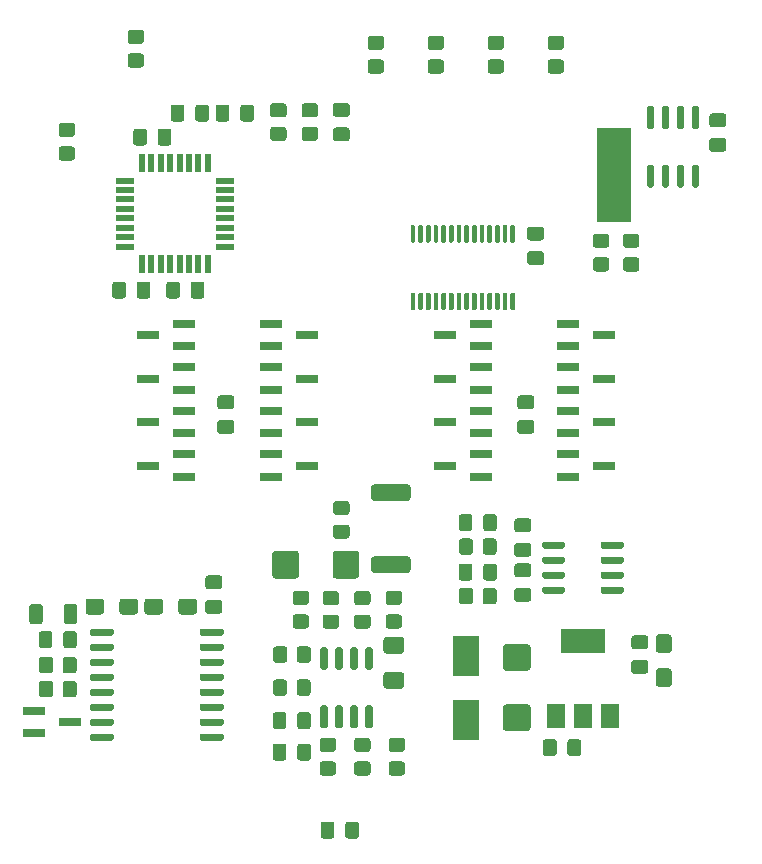
<source format=gbp>
G04 #@! TF.GenerationSoftware,KiCad,Pcbnew,5.1.12-84ad8e8a86~92~ubuntu16.04.1*
G04 #@! TF.CreationDate,2022-06-26T12:08:55+02:00*
G04 #@! TF.ProjectId,LedBar,4c656442-6172-42e6-9b69-6361645f7063,rev?*
G04 #@! TF.SameCoordinates,Original*
G04 #@! TF.FileFunction,Paste,Bot*
G04 #@! TF.FilePolarity,Positive*
%FSLAX46Y46*%
G04 Gerber Fmt 4.6, Leading zero omitted, Abs format (unit mm)*
G04 Created by KiCad (PCBNEW 5.1.12-84ad8e8a86~92~ubuntu16.04.1) date 2022-06-26 12:08:55*
%MOMM*%
%LPD*%
G01*
G04 APERTURE LIST*
%ADD10R,3.000000X8.000000*%
%ADD11R,1.900000X0.800000*%
%ADD12R,1.600000X0.550000*%
%ADD13R,0.550000X1.600000*%
%ADD14R,2.300000X3.500000*%
%ADD15R,1.500000X2.000000*%
%ADD16R,3.800000X2.000000*%
G04 APERTURE END LIST*
G36*
G01*
X167156000Y-118087000D02*
X167156000Y-118387000D01*
G75*
G02*
X167006000Y-118537000I-150000J0D01*
G01*
X165356000Y-118537000D01*
G75*
G02*
X165206000Y-118387000I0J150000D01*
G01*
X165206000Y-118087000D01*
G75*
G02*
X165356000Y-117937000I150000J0D01*
G01*
X167006000Y-117937000D01*
G75*
G02*
X167156000Y-118087000I0J-150000D01*
G01*
G37*
G36*
G01*
X167156000Y-119357000D02*
X167156000Y-119657000D01*
G75*
G02*
X167006000Y-119807000I-150000J0D01*
G01*
X165356000Y-119807000D01*
G75*
G02*
X165206000Y-119657000I0J150000D01*
G01*
X165206000Y-119357000D01*
G75*
G02*
X165356000Y-119207000I150000J0D01*
G01*
X167006000Y-119207000D01*
G75*
G02*
X167156000Y-119357000I0J-150000D01*
G01*
G37*
G36*
G01*
X167156000Y-120627000D02*
X167156000Y-120927000D01*
G75*
G02*
X167006000Y-121077000I-150000J0D01*
G01*
X165356000Y-121077000D01*
G75*
G02*
X165206000Y-120927000I0J150000D01*
G01*
X165206000Y-120627000D01*
G75*
G02*
X165356000Y-120477000I150000J0D01*
G01*
X167006000Y-120477000D01*
G75*
G02*
X167156000Y-120627000I0J-150000D01*
G01*
G37*
G36*
G01*
X167156000Y-121897000D02*
X167156000Y-122197000D01*
G75*
G02*
X167006000Y-122347000I-150000J0D01*
G01*
X165356000Y-122347000D01*
G75*
G02*
X165206000Y-122197000I0J150000D01*
G01*
X165206000Y-121897000D01*
G75*
G02*
X165356000Y-121747000I150000J0D01*
G01*
X167006000Y-121747000D01*
G75*
G02*
X167156000Y-121897000I0J-150000D01*
G01*
G37*
G36*
G01*
X172106000Y-121897000D02*
X172106000Y-122197000D01*
G75*
G02*
X171956000Y-122347000I-150000J0D01*
G01*
X170306000Y-122347000D01*
G75*
G02*
X170156000Y-122197000I0J150000D01*
G01*
X170156000Y-121897000D01*
G75*
G02*
X170306000Y-121747000I150000J0D01*
G01*
X171956000Y-121747000D01*
G75*
G02*
X172106000Y-121897000I0J-150000D01*
G01*
G37*
G36*
G01*
X172106000Y-120627000D02*
X172106000Y-120927000D01*
G75*
G02*
X171956000Y-121077000I-150000J0D01*
G01*
X170306000Y-121077000D01*
G75*
G02*
X170156000Y-120927000I0J150000D01*
G01*
X170156000Y-120627000D01*
G75*
G02*
X170306000Y-120477000I150000J0D01*
G01*
X171956000Y-120477000D01*
G75*
G02*
X172106000Y-120627000I0J-150000D01*
G01*
G37*
G36*
G01*
X172106000Y-119357000D02*
X172106000Y-119657000D01*
G75*
G02*
X171956000Y-119807000I-150000J0D01*
G01*
X170306000Y-119807000D01*
G75*
G02*
X170156000Y-119657000I0J150000D01*
G01*
X170156000Y-119357000D01*
G75*
G02*
X170306000Y-119207000I150000J0D01*
G01*
X171956000Y-119207000D01*
G75*
G02*
X172106000Y-119357000I0J-150000D01*
G01*
G37*
G36*
G01*
X172106000Y-118087000D02*
X172106000Y-118387000D01*
G75*
G02*
X171956000Y-118537000I-150000J0D01*
G01*
X170306000Y-118537000D01*
G75*
G02*
X170156000Y-118387000I0J150000D01*
G01*
X170156000Y-118087000D01*
G75*
G02*
X170306000Y-117937000I150000J0D01*
G01*
X171956000Y-117937000D01*
G75*
G02*
X172106000Y-118087000I0J-150000D01*
G01*
G37*
D10*
X171262000Y-86883000D03*
G36*
G01*
X180561000Y-82862000D02*
X179611000Y-82862000D01*
G75*
G02*
X179361000Y-82612000I0J250000D01*
G01*
X179361000Y-81937000D01*
G75*
G02*
X179611000Y-81687000I250000J0D01*
G01*
X180561000Y-81687000D01*
G75*
G02*
X180811000Y-81937000I0J-250000D01*
G01*
X180811000Y-82612000D01*
G75*
G02*
X180561000Y-82862000I-250000J0D01*
G01*
G37*
G36*
G01*
X180561000Y-84937000D02*
X179611000Y-84937000D01*
G75*
G02*
X179361000Y-84687000I0J250000D01*
G01*
X179361000Y-84012000D01*
G75*
G02*
X179611000Y-83762000I250000J0D01*
G01*
X180561000Y-83762000D01*
G75*
G02*
X180811000Y-84012000I0J-250000D01*
G01*
X180811000Y-84687000D01*
G75*
G02*
X180561000Y-84937000I-250000J0D01*
G01*
G37*
G36*
G01*
X172299999Y-93870000D02*
X173200001Y-93870000D01*
G75*
G02*
X173450000Y-94119999I0J-249999D01*
G01*
X173450000Y-94820001D01*
G75*
G02*
X173200001Y-95070000I-249999J0D01*
G01*
X172299999Y-95070000D01*
G75*
G02*
X172050000Y-94820001I0J249999D01*
G01*
X172050000Y-94119999D01*
G75*
G02*
X172299999Y-93870000I249999J0D01*
G01*
G37*
G36*
G01*
X172299999Y-91870000D02*
X173200001Y-91870000D01*
G75*
G02*
X173450000Y-92119999I0J-249999D01*
G01*
X173450000Y-92820001D01*
G75*
G02*
X173200001Y-93070000I-249999J0D01*
G01*
X172299999Y-93070000D01*
G75*
G02*
X172050000Y-92820001I0J249999D01*
G01*
X172050000Y-92119999D01*
G75*
G02*
X172299999Y-91870000I249999J0D01*
G01*
G37*
G36*
G01*
X174241000Y-86020000D02*
X174541000Y-86020000D01*
G75*
G02*
X174691000Y-86170000I0J-150000D01*
G01*
X174691000Y-87820000D01*
G75*
G02*
X174541000Y-87970000I-150000J0D01*
G01*
X174241000Y-87970000D01*
G75*
G02*
X174091000Y-87820000I0J150000D01*
G01*
X174091000Y-86170000D01*
G75*
G02*
X174241000Y-86020000I150000J0D01*
G01*
G37*
G36*
G01*
X175511000Y-86020000D02*
X175811000Y-86020000D01*
G75*
G02*
X175961000Y-86170000I0J-150000D01*
G01*
X175961000Y-87820000D01*
G75*
G02*
X175811000Y-87970000I-150000J0D01*
G01*
X175511000Y-87970000D01*
G75*
G02*
X175361000Y-87820000I0J150000D01*
G01*
X175361000Y-86170000D01*
G75*
G02*
X175511000Y-86020000I150000J0D01*
G01*
G37*
G36*
G01*
X176781000Y-86020000D02*
X177081000Y-86020000D01*
G75*
G02*
X177231000Y-86170000I0J-150000D01*
G01*
X177231000Y-87820000D01*
G75*
G02*
X177081000Y-87970000I-150000J0D01*
G01*
X176781000Y-87970000D01*
G75*
G02*
X176631000Y-87820000I0J150000D01*
G01*
X176631000Y-86170000D01*
G75*
G02*
X176781000Y-86020000I150000J0D01*
G01*
G37*
G36*
G01*
X178051000Y-86020000D02*
X178351000Y-86020000D01*
G75*
G02*
X178501000Y-86170000I0J-150000D01*
G01*
X178501000Y-87820000D01*
G75*
G02*
X178351000Y-87970000I-150000J0D01*
G01*
X178051000Y-87970000D01*
G75*
G02*
X177901000Y-87820000I0J150000D01*
G01*
X177901000Y-86170000D01*
G75*
G02*
X178051000Y-86020000I150000J0D01*
G01*
G37*
G36*
G01*
X178051000Y-81070000D02*
X178351000Y-81070000D01*
G75*
G02*
X178501000Y-81220000I0J-150000D01*
G01*
X178501000Y-82870000D01*
G75*
G02*
X178351000Y-83020000I-150000J0D01*
G01*
X178051000Y-83020000D01*
G75*
G02*
X177901000Y-82870000I0J150000D01*
G01*
X177901000Y-81220000D01*
G75*
G02*
X178051000Y-81070000I150000J0D01*
G01*
G37*
G36*
G01*
X176781000Y-81070000D02*
X177081000Y-81070000D01*
G75*
G02*
X177231000Y-81220000I0J-150000D01*
G01*
X177231000Y-82870000D01*
G75*
G02*
X177081000Y-83020000I-150000J0D01*
G01*
X176781000Y-83020000D01*
G75*
G02*
X176631000Y-82870000I0J150000D01*
G01*
X176631000Y-81220000D01*
G75*
G02*
X176781000Y-81070000I150000J0D01*
G01*
G37*
G36*
G01*
X175511000Y-81070000D02*
X175811000Y-81070000D01*
G75*
G02*
X175961000Y-81220000I0J-150000D01*
G01*
X175961000Y-82870000D01*
G75*
G02*
X175811000Y-83020000I-150000J0D01*
G01*
X175511000Y-83020000D01*
G75*
G02*
X175361000Y-82870000I0J150000D01*
G01*
X175361000Y-81220000D01*
G75*
G02*
X175511000Y-81070000I150000J0D01*
G01*
G37*
G36*
G01*
X174241000Y-81070000D02*
X174541000Y-81070000D01*
G75*
G02*
X174691000Y-81220000I0J-150000D01*
G01*
X174691000Y-82870000D01*
G75*
G02*
X174541000Y-83020000I-150000J0D01*
G01*
X174241000Y-83020000D01*
G75*
G02*
X174091000Y-82870000I0J150000D01*
G01*
X174091000Y-81220000D01*
G75*
G02*
X174241000Y-81070000I150000J0D01*
G01*
G37*
G36*
G01*
X128128000Y-123018999D02*
X128128000Y-123869001D01*
G75*
G02*
X127878001Y-124119000I-249999J0D01*
G01*
X126802999Y-124119000D01*
G75*
G02*
X126553000Y-123869001I0J249999D01*
G01*
X126553000Y-123018999D01*
G75*
G02*
X126802999Y-122769000I249999J0D01*
G01*
X127878001Y-122769000D01*
G75*
G02*
X128128000Y-123018999I0J-249999D01*
G01*
G37*
G36*
G01*
X131003000Y-123018999D02*
X131003000Y-123869001D01*
G75*
G02*
X130753001Y-124119000I-249999J0D01*
G01*
X129677999Y-124119000D01*
G75*
G02*
X129428000Y-123869001I0J249999D01*
G01*
X129428000Y-123018999D01*
G75*
G02*
X129677999Y-122769000I249999J0D01*
G01*
X130753001Y-122769000D01*
G75*
G02*
X131003000Y-123018999I0J-249999D01*
G01*
G37*
G36*
G01*
X134421500Y-123869001D02*
X134421500Y-123018999D01*
G75*
G02*
X134671499Y-122769000I249999J0D01*
G01*
X135746501Y-122769000D01*
G75*
G02*
X135996500Y-123018999I0J-249999D01*
G01*
X135996500Y-123869001D01*
G75*
G02*
X135746501Y-124119000I-249999J0D01*
G01*
X134671499Y-124119000D01*
G75*
G02*
X134421500Y-123869001I0J249999D01*
G01*
G37*
G36*
G01*
X131546500Y-123869001D02*
X131546500Y-123018999D01*
G75*
G02*
X131796499Y-122769000I249999J0D01*
G01*
X132871501Y-122769000D01*
G75*
G02*
X133121500Y-123018999I0J-249999D01*
G01*
X133121500Y-123869001D01*
G75*
G02*
X132871501Y-124119000I-249999J0D01*
G01*
X131796499Y-124119000D01*
G75*
G02*
X131546500Y-123869001I0J249999D01*
G01*
G37*
G36*
G01*
X131757000Y-83218275D02*
X131757000Y-84167725D01*
G75*
G02*
X131506725Y-84418000I-250275J0D01*
G01*
X130832275Y-84418000D01*
G75*
G02*
X130582000Y-84167725I0J250275D01*
G01*
X130582000Y-83218275D01*
G75*
G02*
X130832275Y-82968000I250275J0D01*
G01*
X131506725Y-82968000D01*
G75*
G02*
X131757000Y-83218275I0J-250275D01*
G01*
G37*
G36*
G01*
X133832000Y-83218000D02*
X133832000Y-84168000D01*
G75*
G02*
X133582000Y-84418000I-250000J0D01*
G01*
X132907000Y-84418000D01*
G75*
G02*
X132657000Y-84168000I0J250000D01*
G01*
X132657000Y-83218000D01*
G75*
G02*
X132907000Y-82968000I250000J0D01*
G01*
X133582000Y-82968000D01*
G75*
G02*
X133832000Y-83218000I0J-250000D01*
G01*
G37*
G36*
G01*
X135451000Y-97122000D02*
X135451000Y-96172000D01*
G75*
G02*
X135701000Y-95922000I250000J0D01*
G01*
X136376000Y-95922000D01*
G75*
G02*
X136626000Y-96172000I0J-250000D01*
G01*
X136626000Y-97122000D01*
G75*
G02*
X136376000Y-97372000I-250000J0D01*
G01*
X135701000Y-97372000D01*
G75*
G02*
X135451000Y-97122000I0J250000D01*
G01*
G37*
G36*
G01*
X133376000Y-97122000D02*
X133376000Y-96172000D01*
G75*
G02*
X133626000Y-95922000I250000J0D01*
G01*
X134301000Y-95922000D01*
G75*
G02*
X134551000Y-96172000I0J-250000D01*
G01*
X134551000Y-97122000D01*
G75*
G02*
X134301000Y-97372000I-250000J0D01*
G01*
X133626000Y-97372000D01*
G75*
G02*
X133376000Y-97122000I0J250000D01*
G01*
G37*
G36*
G01*
X144625000Y-118962999D02*
X144625000Y-120813001D01*
G75*
G02*
X144375001Y-121063000I-249999J0D01*
G01*
X142624999Y-121063000D01*
G75*
G02*
X142375000Y-120813001I0J249999D01*
G01*
X142375000Y-118962999D01*
G75*
G02*
X142624999Y-118713000I249999J0D01*
G01*
X144375001Y-118713000D01*
G75*
G02*
X144625000Y-118962999I0J-249999D01*
G01*
G37*
G36*
G01*
X149725000Y-118962999D02*
X149725000Y-120813001D01*
G75*
G02*
X149475001Y-121063000I-249999J0D01*
G01*
X147724999Y-121063000D01*
G75*
G02*
X147475000Y-120813001I0J249999D01*
G01*
X147475000Y-118962999D01*
G75*
G02*
X147724999Y-118713000I249999J0D01*
G01*
X149475001Y-118713000D01*
G75*
G02*
X149725000Y-118962999I0J-249999D01*
G01*
G37*
D11*
X125198000Y-133223000D03*
X122198000Y-132273000D03*
X122198000Y-134173000D03*
G36*
G01*
X152029000Y-128981500D02*
X153279000Y-128981500D01*
G75*
G02*
X153529000Y-129231500I0J-250000D01*
G01*
X153529000Y-130156500D01*
G75*
G02*
X153279000Y-130406500I-250000J0D01*
G01*
X152029000Y-130406500D01*
G75*
G02*
X151779000Y-130156500I0J250000D01*
G01*
X151779000Y-129231500D01*
G75*
G02*
X152029000Y-128981500I250000J0D01*
G01*
G37*
G36*
G01*
X152029000Y-126006500D02*
X153279000Y-126006500D01*
G75*
G02*
X153529000Y-126256500I0J-250000D01*
G01*
X153529000Y-127181500D01*
G75*
G02*
X153279000Y-127431500I-250000J0D01*
G01*
X152029000Y-127431500D01*
G75*
G02*
X151779000Y-127181500I0J250000D01*
G01*
X151779000Y-126256500D01*
G75*
G02*
X152029000Y-126006500I250000J0D01*
G01*
G37*
G36*
G01*
X124606000Y-130879001D02*
X124606000Y-129978999D01*
G75*
G02*
X124855999Y-129729000I249999J0D01*
G01*
X125556001Y-129729000D01*
G75*
G02*
X125806000Y-129978999I0J-249999D01*
G01*
X125806000Y-130879001D01*
G75*
G02*
X125556001Y-131129000I-249999J0D01*
G01*
X124855999Y-131129000D01*
G75*
G02*
X124606000Y-130879001I0J249999D01*
G01*
G37*
G36*
G01*
X122606000Y-130879001D02*
X122606000Y-129978999D01*
G75*
G02*
X122855999Y-129729000I249999J0D01*
G01*
X123556001Y-129729000D01*
G75*
G02*
X123806000Y-129978999I0J-249999D01*
G01*
X123806000Y-130879001D01*
G75*
G02*
X123556001Y-131129000I-249999J0D01*
G01*
X122855999Y-131129000D01*
G75*
G02*
X122606000Y-130879001I0J249999D01*
G01*
G37*
G36*
G01*
X122925000Y-123453997D02*
X122925000Y-124704003D01*
G75*
G02*
X122675003Y-124954000I-249997J0D01*
G01*
X122049997Y-124954000D01*
G75*
G02*
X121800000Y-124704003I0J249997D01*
G01*
X121800000Y-123453997D01*
G75*
G02*
X122049997Y-123204000I249997J0D01*
G01*
X122675003Y-123204000D01*
G75*
G02*
X122925000Y-123453997I0J-249997D01*
G01*
G37*
G36*
G01*
X125850000Y-123453997D02*
X125850000Y-124704003D01*
G75*
G02*
X125600003Y-124954000I-249997J0D01*
G01*
X124974997Y-124954000D01*
G75*
G02*
X124725000Y-124704003I0J249997D01*
G01*
X124725000Y-123453997D01*
G75*
G02*
X124974997Y-123204000I249997J0D01*
G01*
X125600003Y-123204000D01*
G75*
G02*
X125850000Y-123453997I0J-249997D01*
G01*
G37*
G36*
G01*
X128963000Y-125453000D02*
X128963000Y-125753000D01*
G75*
G02*
X128813000Y-125903000I-150000J0D01*
G01*
X127063000Y-125903000D01*
G75*
G02*
X126913000Y-125753000I0J150000D01*
G01*
X126913000Y-125453000D01*
G75*
G02*
X127063000Y-125303000I150000J0D01*
G01*
X128813000Y-125303000D01*
G75*
G02*
X128963000Y-125453000I0J-150000D01*
G01*
G37*
G36*
G01*
X128963000Y-126723000D02*
X128963000Y-127023000D01*
G75*
G02*
X128813000Y-127173000I-150000J0D01*
G01*
X127063000Y-127173000D01*
G75*
G02*
X126913000Y-127023000I0J150000D01*
G01*
X126913000Y-126723000D01*
G75*
G02*
X127063000Y-126573000I150000J0D01*
G01*
X128813000Y-126573000D01*
G75*
G02*
X128963000Y-126723000I0J-150000D01*
G01*
G37*
G36*
G01*
X128963000Y-127993000D02*
X128963000Y-128293000D01*
G75*
G02*
X128813000Y-128443000I-150000J0D01*
G01*
X127063000Y-128443000D01*
G75*
G02*
X126913000Y-128293000I0J150000D01*
G01*
X126913000Y-127993000D01*
G75*
G02*
X127063000Y-127843000I150000J0D01*
G01*
X128813000Y-127843000D01*
G75*
G02*
X128963000Y-127993000I0J-150000D01*
G01*
G37*
G36*
G01*
X128963000Y-129263000D02*
X128963000Y-129563000D01*
G75*
G02*
X128813000Y-129713000I-150000J0D01*
G01*
X127063000Y-129713000D01*
G75*
G02*
X126913000Y-129563000I0J150000D01*
G01*
X126913000Y-129263000D01*
G75*
G02*
X127063000Y-129113000I150000J0D01*
G01*
X128813000Y-129113000D01*
G75*
G02*
X128963000Y-129263000I0J-150000D01*
G01*
G37*
G36*
G01*
X128963000Y-130533000D02*
X128963000Y-130833000D01*
G75*
G02*
X128813000Y-130983000I-150000J0D01*
G01*
X127063000Y-130983000D01*
G75*
G02*
X126913000Y-130833000I0J150000D01*
G01*
X126913000Y-130533000D01*
G75*
G02*
X127063000Y-130383000I150000J0D01*
G01*
X128813000Y-130383000D01*
G75*
G02*
X128963000Y-130533000I0J-150000D01*
G01*
G37*
G36*
G01*
X128963000Y-131803000D02*
X128963000Y-132103000D01*
G75*
G02*
X128813000Y-132253000I-150000J0D01*
G01*
X127063000Y-132253000D01*
G75*
G02*
X126913000Y-132103000I0J150000D01*
G01*
X126913000Y-131803000D01*
G75*
G02*
X127063000Y-131653000I150000J0D01*
G01*
X128813000Y-131653000D01*
G75*
G02*
X128963000Y-131803000I0J-150000D01*
G01*
G37*
G36*
G01*
X128963000Y-133073000D02*
X128963000Y-133373000D01*
G75*
G02*
X128813000Y-133523000I-150000J0D01*
G01*
X127063000Y-133523000D01*
G75*
G02*
X126913000Y-133373000I0J150000D01*
G01*
X126913000Y-133073000D01*
G75*
G02*
X127063000Y-132923000I150000J0D01*
G01*
X128813000Y-132923000D01*
G75*
G02*
X128963000Y-133073000I0J-150000D01*
G01*
G37*
G36*
G01*
X128963000Y-134343000D02*
X128963000Y-134643000D01*
G75*
G02*
X128813000Y-134793000I-150000J0D01*
G01*
X127063000Y-134793000D01*
G75*
G02*
X126913000Y-134643000I0J150000D01*
G01*
X126913000Y-134343000D01*
G75*
G02*
X127063000Y-134193000I150000J0D01*
G01*
X128813000Y-134193000D01*
G75*
G02*
X128963000Y-134343000I0J-150000D01*
G01*
G37*
G36*
G01*
X138263000Y-134343000D02*
X138263000Y-134643000D01*
G75*
G02*
X138113000Y-134793000I-150000J0D01*
G01*
X136363000Y-134793000D01*
G75*
G02*
X136213000Y-134643000I0J150000D01*
G01*
X136213000Y-134343000D01*
G75*
G02*
X136363000Y-134193000I150000J0D01*
G01*
X138113000Y-134193000D01*
G75*
G02*
X138263000Y-134343000I0J-150000D01*
G01*
G37*
G36*
G01*
X138263000Y-133073000D02*
X138263000Y-133373000D01*
G75*
G02*
X138113000Y-133523000I-150000J0D01*
G01*
X136363000Y-133523000D01*
G75*
G02*
X136213000Y-133373000I0J150000D01*
G01*
X136213000Y-133073000D01*
G75*
G02*
X136363000Y-132923000I150000J0D01*
G01*
X138113000Y-132923000D01*
G75*
G02*
X138263000Y-133073000I0J-150000D01*
G01*
G37*
G36*
G01*
X138263000Y-131803000D02*
X138263000Y-132103000D01*
G75*
G02*
X138113000Y-132253000I-150000J0D01*
G01*
X136363000Y-132253000D01*
G75*
G02*
X136213000Y-132103000I0J150000D01*
G01*
X136213000Y-131803000D01*
G75*
G02*
X136363000Y-131653000I150000J0D01*
G01*
X138113000Y-131653000D01*
G75*
G02*
X138263000Y-131803000I0J-150000D01*
G01*
G37*
G36*
G01*
X138263000Y-130533000D02*
X138263000Y-130833000D01*
G75*
G02*
X138113000Y-130983000I-150000J0D01*
G01*
X136363000Y-130983000D01*
G75*
G02*
X136213000Y-130833000I0J150000D01*
G01*
X136213000Y-130533000D01*
G75*
G02*
X136363000Y-130383000I150000J0D01*
G01*
X138113000Y-130383000D01*
G75*
G02*
X138263000Y-130533000I0J-150000D01*
G01*
G37*
G36*
G01*
X138263000Y-129263000D02*
X138263000Y-129563000D01*
G75*
G02*
X138113000Y-129713000I-150000J0D01*
G01*
X136363000Y-129713000D01*
G75*
G02*
X136213000Y-129563000I0J150000D01*
G01*
X136213000Y-129263000D01*
G75*
G02*
X136363000Y-129113000I150000J0D01*
G01*
X138113000Y-129113000D01*
G75*
G02*
X138263000Y-129263000I0J-150000D01*
G01*
G37*
G36*
G01*
X138263000Y-127993000D02*
X138263000Y-128293000D01*
G75*
G02*
X138113000Y-128443000I-150000J0D01*
G01*
X136363000Y-128443000D01*
G75*
G02*
X136213000Y-128293000I0J150000D01*
G01*
X136213000Y-127993000D01*
G75*
G02*
X136363000Y-127843000I150000J0D01*
G01*
X138113000Y-127843000D01*
G75*
G02*
X138263000Y-127993000I0J-150000D01*
G01*
G37*
G36*
G01*
X138263000Y-126723000D02*
X138263000Y-127023000D01*
G75*
G02*
X138113000Y-127173000I-150000J0D01*
G01*
X136363000Y-127173000D01*
G75*
G02*
X136213000Y-127023000I0J150000D01*
G01*
X136213000Y-126723000D01*
G75*
G02*
X136363000Y-126573000I150000J0D01*
G01*
X138113000Y-126573000D01*
G75*
G02*
X138263000Y-126723000I0J-150000D01*
G01*
G37*
G36*
G01*
X138263000Y-125453000D02*
X138263000Y-125753000D01*
G75*
G02*
X138113000Y-125903000I-150000J0D01*
G01*
X136363000Y-125903000D01*
G75*
G02*
X136213000Y-125753000I0J150000D01*
G01*
X136213000Y-125453000D01*
G75*
G02*
X136363000Y-125303000I150000J0D01*
G01*
X138113000Y-125303000D01*
G75*
G02*
X138263000Y-125453000I0J-150000D01*
G01*
G37*
D12*
X129862000Y-87370000D03*
X129862000Y-88170000D03*
X129862000Y-88970000D03*
X129862000Y-89770000D03*
X129862000Y-90570000D03*
X129862000Y-91370000D03*
X129862000Y-92170000D03*
X129862000Y-92970000D03*
D13*
X131312000Y-94420000D03*
X132112000Y-94420000D03*
X132912000Y-94420000D03*
X133712000Y-94420000D03*
X134512000Y-94420000D03*
X135312000Y-94420000D03*
X136112000Y-94420000D03*
X136912000Y-94420000D03*
D12*
X138362000Y-92970000D03*
X138362000Y-92170000D03*
X138362000Y-91370000D03*
X138362000Y-90570000D03*
X138362000Y-89770000D03*
X138362000Y-88970000D03*
X138362000Y-88170000D03*
X138362000Y-87370000D03*
D13*
X136912000Y-85920000D03*
X136112000Y-85920000D03*
X135312000Y-85920000D03*
X134512000Y-85920000D03*
X133712000Y-85920000D03*
X132912000Y-85920000D03*
X132112000Y-85920000D03*
X131312000Y-85920000D03*
G36*
G01*
X146598500Y-131802000D02*
X146898500Y-131802000D01*
G75*
G02*
X147048500Y-131952000I0J-150000D01*
G01*
X147048500Y-133602000D01*
G75*
G02*
X146898500Y-133752000I-150000J0D01*
G01*
X146598500Y-133752000D01*
G75*
G02*
X146448500Y-133602000I0J150000D01*
G01*
X146448500Y-131952000D01*
G75*
G02*
X146598500Y-131802000I150000J0D01*
G01*
G37*
G36*
G01*
X147868500Y-131802000D02*
X148168500Y-131802000D01*
G75*
G02*
X148318500Y-131952000I0J-150000D01*
G01*
X148318500Y-133602000D01*
G75*
G02*
X148168500Y-133752000I-150000J0D01*
G01*
X147868500Y-133752000D01*
G75*
G02*
X147718500Y-133602000I0J150000D01*
G01*
X147718500Y-131952000D01*
G75*
G02*
X147868500Y-131802000I150000J0D01*
G01*
G37*
G36*
G01*
X149138500Y-131802000D02*
X149438500Y-131802000D01*
G75*
G02*
X149588500Y-131952000I0J-150000D01*
G01*
X149588500Y-133602000D01*
G75*
G02*
X149438500Y-133752000I-150000J0D01*
G01*
X149138500Y-133752000D01*
G75*
G02*
X148988500Y-133602000I0J150000D01*
G01*
X148988500Y-131952000D01*
G75*
G02*
X149138500Y-131802000I150000J0D01*
G01*
G37*
G36*
G01*
X150408500Y-131802000D02*
X150708500Y-131802000D01*
G75*
G02*
X150858500Y-131952000I0J-150000D01*
G01*
X150858500Y-133602000D01*
G75*
G02*
X150708500Y-133752000I-150000J0D01*
G01*
X150408500Y-133752000D01*
G75*
G02*
X150258500Y-133602000I0J150000D01*
G01*
X150258500Y-131952000D01*
G75*
G02*
X150408500Y-131802000I150000J0D01*
G01*
G37*
G36*
G01*
X150408500Y-126852000D02*
X150708500Y-126852000D01*
G75*
G02*
X150858500Y-127002000I0J-150000D01*
G01*
X150858500Y-128652000D01*
G75*
G02*
X150708500Y-128802000I-150000J0D01*
G01*
X150408500Y-128802000D01*
G75*
G02*
X150258500Y-128652000I0J150000D01*
G01*
X150258500Y-127002000D01*
G75*
G02*
X150408500Y-126852000I150000J0D01*
G01*
G37*
G36*
G01*
X149138500Y-126852000D02*
X149438500Y-126852000D01*
G75*
G02*
X149588500Y-127002000I0J-150000D01*
G01*
X149588500Y-128652000D01*
G75*
G02*
X149438500Y-128802000I-150000J0D01*
G01*
X149138500Y-128802000D01*
G75*
G02*
X148988500Y-128652000I0J150000D01*
G01*
X148988500Y-127002000D01*
G75*
G02*
X149138500Y-126852000I150000J0D01*
G01*
G37*
G36*
G01*
X147868500Y-126852000D02*
X148168500Y-126852000D01*
G75*
G02*
X148318500Y-127002000I0J-150000D01*
G01*
X148318500Y-128652000D01*
G75*
G02*
X148168500Y-128802000I-150000J0D01*
G01*
X147868500Y-128802000D01*
G75*
G02*
X147718500Y-128652000I0J150000D01*
G01*
X147718500Y-127002000D01*
G75*
G02*
X147868500Y-126852000I150000J0D01*
G01*
G37*
G36*
G01*
X146598500Y-126852000D02*
X146898500Y-126852000D01*
G75*
G02*
X147048500Y-127002000I0J-150000D01*
G01*
X147048500Y-128652000D01*
G75*
G02*
X146898500Y-128802000I-150000J0D01*
G01*
X146598500Y-128802000D01*
G75*
G02*
X146448500Y-128652000I0J150000D01*
G01*
X146448500Y-127002000D01*
G75*
G02*
X146598500Y-126852000I150000J0D01*
G01*
G37*
G36*
G01*
X154171000Y-96867000D02*
X154371000Y-96867000D01*
G75*
G02*
X154471000Y-96967000I0J-100000D01*
G01*
X154471000Y-98242000D01*
G75*
G02*
X154371000Y-98342000I-100000J0D01*
G01*
X154171000Y-98342000D01*
G75*
G02*
X154071000Y-98242000I0J100000D01*
G01*
X154071000Y-96967000D01*
G75*
G02*
X154171000Y-96867000I100000J0D01*
G01*
G37*
G36*
G01*
X154821000Y-96867000D02*
X155021000Y-96867000D01*
G75*
G02*
X155121000Y-96967000I0J-100000D01*
G01*
X155121000Y-98242000D01*
G75*
G02*
X155021000Y-98342000I-100000J0D01*
G01*
X154821000Y-98342000D01*
G75*
G02*
X154721000Y-98242000I0J100000D01*
G01*
X154721000Y-96967000D01*
G75*
G02*
X154821000Y-96867000I100000J0D01*
G01*
G37*
G36*
G01*
X155471000Y-96867000D02*
X155671000Y-96867000D01*
G75*
G02*
X155771000Y-96967000I0J-100000D01*
G01*
X155771000Y-98242000D01*
G75*
G02*
X155671000Y-98342000I-100000J0D01*
G01*
X155471000Y-98342000D01*
G75*
G02*
X155371000Y-98242000I0J100000D01*
G01*
X155371000Y-96967000D01*
G75*
G02*
X155471000Y-96867000I100000J0D01*
G01*
G37*
G36*
G01*
X156121000Y-96867000D02*
X156321000Y-96867000D01*
G75*
G02*
X156421000Y-96967000I0J-100000D01*
G01*
X156421000Y-98242000D01*
G75*
G02*
X156321000Y-98342000I-100000J0D01*
G01*
X156121000Y-98342000D01*
G75*
G02*
X156021000Y-98242000I0J100000D01*
G01*
X156021000Y-96967000D01*
G75*
G02*
X156121000Y-96867000I100000J0D01*
G01*
G37*
G36*
G01*
X156771000Y-96867000D02*
X156971000Y-96867000D01*
G75*
G02*
X157071000Y-96967000I0J-100000D01*
G01*
X157071000Y-98242000D01*
G75*
G02*
X156971000Y-98342000I-100000J0D01*
G01*
X156771000Y-98342000D01*
G75*
G02*
X156671000Y-98242000I0J100000D01*
G01*
X156671000Y-96967000D01*
G75*
G02*
X156771000Y-96867000I100000J0D01*
G01*
G37*
G36*
G01*
X157421000Y-96867000D02*
X157621000Y-96867000D01*
G75*
G02*
X157721000Y-96967000I0J-100000D01*
G01*
X157721000Y-98242000D01*
G75*
G02*
X157621000Y-98342000I-100000J0D01*
G01*
X157421000Y-98342000D01*
G75*
G02*
X157321000Y-98242000I0J100000D01*
G01*
X157321000Y-96967000D01*
G75*
G02*
X157421000Y-96867000I100000J0D01*
G01*
G37*
G36*
G01*
X158071000Y-96867000D02*
X158271000Y-96867000D01*
G75*
G02*
X158371000Y-96967000I0J-100000D01*
G01*
X158371000Y-98242000D01*
G75*
G02*
X158271000Y-98342000I-100000J0D01*
G01*
X158071000Y-98342000D01*
G75*
G02*
X157971000Y-98242000I0J100000D01*
G01*
X157971000Y-96967000D01*
G75*
G02*
X158071000Y-96867000I100000J0D01*
G01*
G37*
G36*
G01*
X158721000Y-96867000D02*
X158921000Y-96867000D01*
G75*
G02*
X159021000Y-96967000I0J-100000D01*
G01*
X159021000Y-98242000D01*
G75*
G02*
X158921000Y-98342000I-100000J0D01*
G01*
X158721000Y-98342000D01*
G75*
G02*
X158621000Y-98242000I0J100000D01*
G01*
X158621000Y-96967000D01*
G75*
G02*
X158721000Y-96867000I100000J0D01*
G01*
G37*
G36*
G01*
X159371000Y-96867000D02*
X159571000Y-96867000D01*
G75*
G02*
X159671000Y-96967000I0J-100000D01*
G01*
X159671000Y-98242000D01*
G75*
G02*
X159571000Y-98342000I-100000J0D01*
G01*
X159371000Y-98342000D01*
G75*
G02*
X159271000Y-98242000I0J100000D01*
G01*
X159271000Y-96967000D01*
G75*
G02*
X159371000Y-96867000I100000J0D01*
G01*
G37*
G36*
G01*
X160021000Y-96867000D02*
X160221000Y-96867000D01*
G75*
G02*
X160321000Y-96967000I0J-100000D01*
G01*
X160321000Y-98242000D01*
G75*
G02*
X160221000Y-98342000I-100000J0D01*
G01*
X160021000Y-98342000D01*
G75*
G02*
X159921000Y-98242000I0J100000D01*
G01*
X159921000Y-96967000D01*
G75*
G02*
X160021000Y-96867000I100000J0D01*
G01*
G37*
G36*
G01*
X160671000Y-96867000D02*
X160871000Y-96867000D01*
G75*
G02*
X160971000Y-96967000I0J-100000D01*
G01*
X160971000Y-98242000D01*
G75*
G02*
X160871000Y-98342000I-100000J0D01*
G01*
X160671000Y-98342000D01*
G75*
G02*
X160571000Y-98242000I0J100000D01*
G01*
X160571000Y-96967000D01*
G75*
G02*
X160671000Y-96867000I100000J0D01*
G01*
G37*
G36*
G01*
X161321000Y-96867000D02*
X161521000Y-96867000D01*
G75*
G02*
X161621000Y-96967000I0J-100000D01*
G01*
X161621000Y-98242000D01*
G75*
G02*
X161521000Y-98342000I-100000J0D01*
G01*
X161321000Y-98342000D01*
G75*
G02*
X161221000Y-98242000I0J100000D01*
G01*
X161221000Y-96967000D01*
G75*
G02*
X161321000Y-96867000I100000J0D01*
G01*
G37*
G36*
G01*
X161971000Y-96867000D02*
X162171000Y-96867000D01*
G75*
G02*
X162271000Y-96967000I0J-100000D01*
G01*
X162271000Y-98242000D01*
G75*
G02*
X162171000Y-98342000I-100000J0D01*
G01*
X161971000Y-98342000D01*
G75*
G02*
X161871000Y-98242000I0J100000D01*
G01*
X161871000Y-96967000D01*
G75*
G02*
X161971000Y-96867000I100000J0D01*
G01*
G37*
G36*
G01*
X162621000Y-96867000D02*
X162821000Y-96867000D01*
G75*
G02*
X162921000Y-96967000I0J-100000D01*
G01*
X162921000Y-98242000D01*
G75*
G02*
X162821000Y-98342000I-100000J0D01*
G01*
X162621000Y-98342000D01*
G75*
G02*
X162521000Y-98242000I0J100000D01*
G01*
X162521000Y-96967000D01*
G75*
G02*
X162621000Y-96867000I100000J0D01*
G01*
G37*
G36*
G01*
X162621000Y-91142000D02*
X162821000Y-91142000D01*
G75*
G02*
X162921000Y-91242000I0J-100000D01*
G01*
X162921000Y-92517000D01*
G75*
G02*
X162821000Y-92617000I-100000J0D01*
G01*
X162621000Y-92617000D01*
G75*
G02*
X162521000Y-92517000I0J100000D01*
G01*
X162521000Y-91242000D01*
G75*
G02*
X162621000Y-91142000I100000J0D01*
G01*
G37*
G36*
G01*
X161971000Y-91142000D02*
X162171000Y-91142000D01*
G75*
G02*
X162271000Y-91242000I0J-100000D01*
G01*
X162271000Y-92517000D01*
G75*
G02*
X162171000Y-92617000I-100000J0D01*
G01*
X161971000Y-92617000D01*
G75*
G02*
X161871000Y-92517000I0J100000D01*
G01*
X161871000Y-91242000D01*
G75*
G02*
X161971000Y-91142000I100000J0D01*
G01*
G37*
G36*
G01*
X161321000Y-91142000D02*
X161521000Y-91142000D01*
G75*
G02*
X161621000Y-91242000I0J-100000D01*
G01*
X161621000Y-92517000D01*
G75*
G02*
X161521000Y-92617000I-100000J0D01*
G01*
X161321000Y-92617000D01*
G75*
G02*
X161221000Y-92517000I0J100000D01*
G01*
X161221000Y-91242000D01*
G75*
G02*
X161321000Y-91142000I100000J0D01*
G01*
G37*
G36*
G01*
X160671000Y-91142000D02*
X160871000Y-91142000D01*
G75*
G02*
X160971000Y-91242000I0J-100000D01*
G01*
X160971000Y-92517000D01*
G75*
G02*
X160871000Y-92617000I-100000J0D01*
G01*
X160671000Y-92617000D01*
G75*
G02*
X160571000Y-92517000I0J100000D01*
G01*
X160571000Y-91242000D01*
G75*
G02*
X160671000Y-91142000I100000J0D01*
G01*
G37*
G36*
G01*
X160021000Y-91142000D02*
X160221000Y-91142000D01*
G75*
G02*
X160321000Y-91242000I0J-100000D01*
G01*
X160321000Y-92517000D01*
G75*
G02*
X160221000Y-92617000I-100000J0D01*
G01*
X160021000Y-92617000D01*
G75*
G02*
X159921000Y-92517000I0J100000D01*
G01*
X159921000Y-91242000D01*
G75*
G02*
X160021000Y-91142000I100000J0D01*
G01*
G37*
G36*
G01*
X159371000Y-91142000D02*
X159571000Y-91142000D01*
G75*
G02*
X159671000Y-91242000I0J-100000D01*
G01*
X159671000Y-92517000D01*
G75*
G02*
X159571000Y-92617000I-100000J0D01*
G01*
X159371000Y-92617000D01*
G75*
G02*
X159271000Y-92517000I0J100000D01*
G01*
X159271000Y-91242000D01*
G75*
G02*
X159371000Y-91142000I100000J0D01*
G01*
G37*
G36*
G01*
X158721000Y-91142000D02*
X158921000Y-91142000D01*
G75*
G02*
X159021000Y-91242000I0J-100000D01*
G01*
X159021000Y-92517000D01*
G75*
G02*
X158921000Y-92617000I-100000J0D01*
G01*
X158721000Y-92617000D01*
G75*
G02*
X158621000Y-92517000I0J100000D01*
G01*
X158621000Y-91242000D01*
G75*
G02*
X158721000Y-91142000I100000J0D01*
G01*
G37*
G36*
G01*
X158071000Y-91142000D02*
X158271000Y-91142000D01*
G75*
G02*
X158371000Y-91242000I0J-100000D01*
G01*
X158371000Y-92517000D01*
G75*
G02*
X158271000Y-92617000I-100000J0D01*
G01*
X158071000Y-92617000D01*
G75*
G02*
X157971000Y-92517000I0J100000D01*
G01*
X157971000Y-91242000D01*
G75*
G02*
X158071000Y-91142000I100000J0D01*
G01*
G37*
G36*
G01*
X157421000Y-91142000D02*
X157621000Y-91142000D01*
G75*
G02*
X157721000Y-91242000I0J-100000D01*
G01*
X157721000Y-92517000D01*
G75*
G02*
X157621000Y-92617000I-100000J0D01*
G01*
X157421000Y-92617000D01*
G75*
G02*
X157321000Y-92517000I0J100000D01*
G01*
X157321000Y-91242000D01*
G75*
G02*
X157421000Y-91142000I100000J0D01*
G01*
G37*
G36*
G01*
X156771000Y-91142000D02*
X156971000Y-91142000D01*
G75*
G02*
X157071000Y-91242000I0J-100000D01*
G01*
X157071000Y-92517000D01*
G75*
G02*
X156971000Y-92617000I-100000J0D01*
G01*
X156771000Y-92617000D01*
G75*
G02*
X156671000Y-92517000I0J100000D01*
G01*
X156671000Y-91242000D01*
G75*
G02*
X156771000Y-91142000I100000J0D01*
G01*
G37*
G36*
G01*
X156121000Y-91142000D02*
X156321000Y-91142000D01*
G75*
G02*
X156421000Y-91242000I0J-100000D01*
G01*
X156421000Y-92517000D01*
G75*
G02*
X156321000Y-92617000I-100000J0D01*
G01*
X156121000Y-92617000D01*
G75*
G02*
X156021000Y-92517000I0J100000D01*
G01*
X156021000Y-91242000D01*
G75*
G02*
X156121000Y-91142000I100000J0D01*
G01*
G37*
G36*
G01*
X155471000Y-91142000D02*
X155671000Y-91142000D01*
G75*
G02*
X155771000Y-91242000I0J-100000D01*
G01*
X155771000Y-92517000D01*
G75*
G02*
X155671000Y-92617000I-100000J0D01*
G01*
X155471000Y-92617000D01*
G75*
G02*
X155371000Y-92517000I0J100000D01*
G01*
X155371000Y-91242000D01*
G75*
G02*
X155471000Y-91142000I100000J0D01*
G01*
G37*
G36*
G01*
X154821000Y-91142000D02*
X155021000Y-91142000D01*
G75*
G02*
X155121000Y-91242000I0J-100000D01*
G01*
X155121000Y-92517000D01*
G75*
G02*
X155021000Y-92617000I-100000J0D01*
G01*
X154821000Y-92617000D01*
G75*
G02*
X154721000Y-92517000I0J100000D01*
G01*
X154721000Y-91242000D01*
G75*
G02*
X154821000Y-91142000I100000J0D01*
G01*
G37*
G36*
G01*
X154171000Y-91142000D02*
X154371000Y-91142000D01*
G75*
G02*
X154471000Y-91242000I0J-100000D01*
G01*
X154471000Y-92517000D01*
G75*
G02*
X154371000Y-92617000I-100000J0D01*
G01*
X154171000Y-92617000D01*
G75*
G02*
X154071000Y-92517000I0J100000D01*
G01*
X154071000Y-91242000D01*
G75*
G02*
X154171000Y-91142000I100000J0D01*
G01*
G37*
G36*
G01*
X144468000Y-133571000D02*
X144468000Y-132621000D01*
G75*
G02*
X144718000Y-132371000I250000J0D01*
G01*
X145393000Y-132371000D01*
G75*
G02*
X145643000Y-132621000I0J-250000D01*
G01*
X145643000Y-133571000D01*
G75*
G02*
X145393000Y-133821000I-250000J0D01*
G01*
X144718000Y-133821000D01*
G75*
G02*
X144468000Y-133571000I0J250000D01*
G01*
G37*
G36*
G01*
X142393000Y-133571000D02*
X142393000Y-132621000D01*
G75*
G02*
X142643000Y-132371000I250000J0D01*
G01*
X143318000Y-132371000D01*
G75*
G02*
X143568000Y-132621000I0J-250000D01*
G01*
X143568000Y-133571000D01*
G75*
G02*
X143318000Y-133821000I-250000J0D01*
G01*
X142643000Y-133821000D01*
G75*
G02*
X142393000Y-133571000I0J250000D01*
G01*
G37*
G36*
G01*
X148684000Y-81973000D02*
X147734000Y-81973000D01*
G75*
G02*
X147484000Y-81723000I0J250000D01*
G01*
X147484000Y-81048000D01*
G75*
G02*
X147734000Y-80798000I250000J0D01*
G01*
X148684000Y-80798000D01*
G75*
G02*
X148934000Y-81048000I0J-250000D01*
G01*
X148934000Y-81723000D01*
G75*
G02*
X148684000Y-81973000I-250000J0D01*
G01*
G37*
G36*
G01*
X148684000Y-84048000D02*
X147734000Y-84048000D01*
G75*
G02*
X147484000Y-83798000I0J250000D01*
G01*
X147484000Y-83123000D01*
G75*
G02*
X147734000Y-82873000I250000J0D01*
G01*
X148684000Y-82873000D01*
G75*
G02*
X148934000Y-83123000I0J-250000D01*
G01*
X148934000Y-83798000D01*
G75*
G02*
X148684000Y-84048000I-250000J0D01*
G01*
G37*
G36*
G01*
X150679999Y-77108000D02*
X151580001Y-77108000D01*
G75*
G02*
X151830000Y-77357999I0J-249999D01*
G01*
X151830000Y-78058001D01*
G75*
G02*
X151580001Y-78308000I-249999J0D01*
G01*
X150679999Y-78308000D01*
G75*
G02*
X150430000Y-78058001I0J249999D01*
G01*
X150430000Y-77357999D01*
G75*
G02*
X150679999Y-77108000I249999J0D01*
G01*
G37*
G36*
G01*
X150679999Y-75108000D02*
X151580001Y-75108000D01*
G75*
G02*
X151830000Y-75357999I0J-249999D01*
G01*
X151830000Y-76058001D01*
G75*
G02*
X151580001Y-76308000I-249999J0D01*
G01*
X150679999Y-76308000D01*
G75*
G02*
X150430000Y-76058001I0J249999D01*
G01*
X150430000Y-75357999D01*
G75*
G02*
X150679999Y-75108000I249999J0D01*
G01*
G37*
G36*
G01*
X155759999Y-77108000D02*
X156660001Y-77108000D01*
G75*
G02*
X156910000Y-77357999I0J-249999D01*
G01*
X156910000Y-78058001D01*
G75*
G02*
X156660001Y-78308000I-249999J0D01*
G01*
X155759999Y-78308000D01*
G75*
G02*
X155510000Y-78058001I0J249999D01*
G01*
X155510000Y-77357999D01*
G75*
G02*
X155759999Y-77108000I249999J0D01*
G01*
G37*
G36*
G01*
X155759999Y-75108000D02*
X156660001Y-75108000D01*
G75*
G02*
X156910000Y-75357999I0J-249999D01*
G01*
X156910000Y-76058001D01*
G75*
G02*
X156660001Y-76308000I-249999J0D01*
G01*
X155759999Y-76308000D01*
G75*
G02*
X155510000Y-76058001I0J249999D01*
G01*
X155510000Y-75357999D01*
G75*
G02*
X155759999Y-75108000I249999J0D01*
G01*
G37*
G36*
G01*
X160839999Y-77108000D02*
X161740001Y-77108000D01*
G75*
G02*
X161990000Y-77357999I0J-249999D01*
G01*
X161990000Y-78058001D01*
G75*
G02*
X161740001Y-78308000I-249999J0D01*
G01*
X160839999Y-78308000D01*
G75*
G02*
X160590000Y-78058001I0J249999D01*
G01*
X160590000Y-77357999D01*
G75*
G02*
X160839999Y-77108000I249999J0D01*
G01*
G37*
G36*
G01*
X160839999Y-75108000D02*
X161740001Y-75108000D01*
G75*
G02*
X161990000Y-75357999I0J-249999D01*
G01*
X161990000Y-76058001D01*
G75*
G02*
X161740001Y-76308000I-249999J0D01*
G01*
X160839999Y-76308000D01*
G75*
G02*
X160590000Y-76058001I0J249999D01*
G01*
X160590000Y-75357999D01*
G75*
G02*
X160839999Y-75108000I249999J0D01*
G01*
G37*
G36*
G01*
X165919999Y-77108000D02*
X166820001Y-77108000D01*
G75*
G02*
X167070000Y-77357999I0J-249999D01*
G01*
X167070000Y-78058001D01*
G75*
G02*
X166820001Y-78308000I-249999J0D01*
G01*
X165919999Y-78308000D01*
G75*
G02*
X165670000Y-78058001I0J249999D01*
G01*
X165670000Y-77357999D01*
G75*
G02*
X165919999Y-77108000I249999J0D01*
G01*
G37*
G36*
G01*
X165919999Y-75108000D02*
X166820001Y-75108000D01*
G75*
G02*
X167070000Y-75357999I0J-249999D01*
G01*
X167070000Y-76058001D01*
G75*
G02*
X166820001Y-76308000I-249999J0D01*
G01*
X165919999Y-76308000D01*
G75*
G02*
X165670000Y-76058001I0J249999D01*
G01*
X165670000Y-75357999D01*
G75*
G02*
X165919999Y-75108000I249999J0D01*
G01*
G37*
G36*
G01*
X144468000Y-136238000D02*
X144468000Y-135288000D01*
G75*
G02*
X144718000Y-135038000I250000J0D01*
G01*
X145393000Y-135038000D01*
G75*
G02*
X145643000Y-135288000I0J-250000D01*
G01*
X145643000Y-136238000D01*
G75*
G02*
X145393000Y-136488000I-250000J0D01*
G01*
X144718000Y-136488000D01*
G75*
G02*
X144468000Y-136238000I0J250000D01*
G01*
G37*
G36*
G01*
X142393000Y-136238000D02*
X142393000Y-135288000D01*
G75*
G02*
X142643000Y-135038000I250000J0D01*
G01*
X143318000Y-135038000D01*
G75*
G02*
X143568000Y-135288000I0J-250000D01*
G01*
X143568000Y-136238000D01*
G75*
G02*
X143318000Y-136488000I-250000J0D01*
G01*
X142643000Y-136488000D01*
G75*
G02*
X142393000Y-136238000I0J250000D01*
G01*
G37*
G36*
G01*
X131260001Y-75800000D02*
X130359999Y-75800000D01*
G75*
G02*
X130110000Y-75550001I0J249999D01*
G01*
X130110000Y-74849999D01*
G75*
G02*
X130359999Y-74600000I249999J0D01*
G01*
X131260001Y-74600000D01*
G75*
G02*
X131510000Y-74849999I0J-249999D01*
G01*
X131510000Y-75550001D01*
G75*
G02*
X131260001Y-75800000I-249999J0D01*
G01*
G37*
G36*
G01*
X131260001Y-77800000D02*
X130359999Y-77800000D01*
G75*
G02*
X130110000Y-77550001I0J249999D01*
G01*
X130110000Y-76849999D01*
G75*
G02*
X130359999Y-76600000I249999J0D01*
G01*
X131260001Y-76600000D01*
G75*
G02*
X131510000Y-76849999I0J-249999D01*
G01*
X131510000Y-77550001D01*
G75*
G02*
X131260001Y-77800000I-249999J0D01*
G01*
G37*
G36*
G01*
X145091999Y-82823000D02*
X145992001Y-82823000D01*
G75*
G02*
X146242000Y-83072999I0J-249999D01*
G01*
X146242000Y-83773001D01*
G75*
G02*
X145992001Y-84023000I-249999J0D01*
G01*
X145091999Y-84023000D01*
G75*
G02*
X144842000Y-83773001I0J249999D01*
G01*
X144842000Y-83072999D01*
G75*
G02*
X145091999Y-82823000I249999J0D01*
G01*
G37*
G36*
G01*
X145091999Y-80823000D02*
X145992001Y-80823000D01*
G75*
G02*
X146242000Y-81072999I0J-249999D01*
G01*
X146242000Y-81773001D01*
G75*
G02*
X145992001Y-82023000I-249999J0D01*
G01*
X145091999Y-82023000D01*
G75*
G02*
X144842000Y-81773001I0J249999D01*
G01*
X144842000Y-81072999D01*
G75*
G02*
X145091999Y-80823000I249999J0D01*
G01*
G37*
D14*
X158750000Y-133002000D03*
X158750000Y-127602000D03*
G36*
G01*
X163101000Y-121862000D02*
X164051000Y-121862000D01*
G75*
G02*
X164301000Y-122112000I0J-250000D01*
G01*
X164301000Y-122787000D01*
G75*
G02*
X164051000Y-123037000I-250000J0D01*
G01*
X163101000Y-123037000D01*
G75*
G02*
X162851000Y-122787000I0J250000D01*
G01*
X162851000Y-122112000D01*
G75*
G02*
X163101000Y-121862000I250000J0D01*
G01*
G37*
G36*
G01*
X163101000Y-119787000D02*
X164051000Y-119787000D01*
G75*
G02*
X164301000Y-120037000I0J-250000D01*
G01*
X164301000Y-120712000D01*
G75*
G02*
X164051000Y-120962000I-250000J0D01*
G01*
X163101000Y-120962000D01*
G75*
G02*
X162851000Y-120712000I0J250000D01*
G01*
X162851000Y-120037000D01*
G75*
G02*
X163101000Y-119787000I250000J0D01*
G01*
G37*
G36*
G01*
X150974999Y-119190000D02*
X153825001Y-119190000D01*
G75*
G02*
X154075000Y-119439999I0J-249999D01*
G01*
X154075000Y-120340001D01*
G75*
G02*
X153825001Y-120590000I-249999J0D01*
G01*
X150974999Y-120590000D01*
G75*
G02*
X150725000Y-120340001I0J249999D01*
G01*
X150725000Y-119439999D01*
G75*
G02*
X150974999Y-119190000I249999J0D01*
G01*
G37*
G36*
G01*
X150974999Y-113090000D02*
X153825001Y-113090000D01*
G75*
G02*
X154075000Y-113339999I0J-249999D01*
G01*
X154075000Y-114240001D01*
G75*
G02*
X153825001Y-114490000I-249999J0D01*
G01*
X150974999Y-114490000D01*
G75*
G02*
X150725000Y-114240001I0J249999D01*
G01*
X150725000Y-113339999D01*
G75*
G02*
X150974999Y-113090000I249999J0D01*
G01*
G37*
G36*
G01*
X139642000Y-82136000D02*
X139642000Y-81186000D01*
G75*
G02*
X139892000Y-80936000I250000J0D01*
G01*
X140567000Y-80936000D01*
G75*
G02*
X140817000Y-81186000I0J-250000D01*
G01*
X140817000Y-82136000D01*
G75*
G02*
X140567000Y-82386000I-250000J0D01*
G01*
X139892000Y-82386000D01*
G75*
G02*
X139642000Y-82136000I0J250000D01*
G01*
G37*
G36*
G01*
X137567000Y-82136000D02*
X137567000Y-81186000D01*
G75*
G02*
X137817000Y-80936000I250000J0D01*
G01*
X138492000Y-80936000D01*
G75*
G02*
X138742000Y-81186000I0J-250000D01*
G01*
X138742000Y-82136000D01*
G75*
G02*
X138492000Y-82386000I-250000J0D01*
G01*
X137817000Y-82386000D01*
G75*
G02*
X137567000Y-82136000I0J250000D01*
G01*
G37*
G36*
G01*
X134932000Y-81186000D02*
X134932000Y-82136000D01*
G75*
G02*
X134682000Y-82386000I-250000J0D01*
G01*
X134007000Y-82386000D01*
G75*
G02*
X133757000Y-82136000I0J250000D01*
G01*
X133757000Y-81186000D01*
G75*
G02*
X134007000Y-80936000I250000J0D01*
G01*
X134682000Y-80936000D01*
G75*
G02*
X134932000Y-81186000I0J-250000D01*
G01*
G37*
G36*
G01*
X137007000Y-81186000D02*
X137007000Y-82136000D01*
G75*
G02*
X136757000Y-82386000I-250000J0D01*
G01*
X136082000Y-82386000D01*
G75*
G02*
X135832000Y-82136000I0J250000D01*
G01*
X135832000Y-81186000D01*
G75*
G02*
X136082000Y-80936000I250000J0D01*
G01*
X136757000Y-80936000D01*
G75*
G02*
X137007000Y-81186000I0J-250000D01*
G01*
G37*
D11*
X156996000Y-107823000D03*
X159996000Y-108773000D03*
X159996000Y-106873000D03*
G36*
G01*
X169749999Y-93872000D02*
X170650001Y-93872000D01*
G75*
G02*
X170900000Y-94121999I0J-249999D01*
G01*
X170900000Y-94822001D01*
G75*
G02*
X170650001Y-95072000I-249999J0D01*
G01*
X169749999Y-95072000D01*
G75*
G02*
X169500000Y-94822001I0J249999D01*
G01*
X169500000Y-94121999D01*
G75*
G02*
X169749999Y-93872000I249999J0D01*
G01*
G37*
G36*
G01*
X169749999Y-91872000D02*
X170650001Y-91872000D01*
G75*
G02*
X170900000Y-92121999I0J-249999D01*
G01*
X170900000Y-92822001D01*
G75*
G02*
X170650001Y-93072000I-249999J0D01*
G01*
X169749999Y-93072000D01*
G75*
G02*
X169500000Y-92822001I0J249999D01*
G01*
X169500000Y-92121999D01*
G75*
G02*
X169749999Y-91872000I249999J0D01*
G01*
G37*
G36*
G01*
X142424999Y-82823000D02*
X143325001Y-82823000D01*
G75*
G02*
X143575000Y-83072999I0J-249999D01*
G01*
X143575000Y-83773001D01*
G75*
G02*
X143325001Y-84023000I-249999J0D01*
G01*
X142424999Y-84023000D01*
G75*
G02*
X142175000Y-83773001I0J249999D01*
G01*
X142175000Y-83072999D01*
G75*
G02*
X142424999Y-82823000I249999J0D01*
G01*
G37*
G36*
G01*
X142424999Y-80823000D02*
X143325001Y-80823000D01*
G75*
G02*
X143575000Y-81072999I0J-249999D01*
G01*
X143575000Y-81773001D01*
G75*
G02*
X143325001Y-82023000I-249999J0D01*
G01*
X142424999Y-82023000D01*
G75*
G02*
X142175000Y-81773001I0J249999D01*
G01*
X142175000Y-81072999D01*
G75*
G02*
X142424999Y-80823000I249999J0D01*
G01*
G37*
G36*
G01*
X130879000Y-97122000D02*
X130879000Y-96172000D01*
G75*
G02*
X131129000Y-95922000I250000J0D01*
G01*
X131804000Y-95922000D01*
G75*
G02*
X132054000Y-96172000I0J-250000D01*
G01*
X132054000Y-97122000D01*
G75*
G02*
X131804000Y-97372000I-250000J0D01*
G01*
X131129000Y-97372000D01*
G75*
G02*
X130879000Y-97122000I0J250000D01*
G01*
G37*
G36*
G01*
X128804000Y-97122000D02*
X128804000Y-96172000D01*
G75*
G02*
X129054000Y-95922000I250000J0D01*
G01*
X129729000Y-95922000D01*
G75*
G02*
X129979000Y-96172000I0J-250000D01*
G01*
X129979000Y-97122000D01*
G75*
G02*
X129729000Y-97372000I-250000J0D01*
G01*
X129054000Y-97372000D01*
G75*
G02*
X128804000Y-97122000I0J250000D01*
G01*
G37*
D15*
X170956000Y-132690000D03*
X166356000Y-132690000D03*
X168656000Y-132690000D03*
D16*
X168656000Y-126390000D03*
G36*
G01*
X124517999Y-84474000D02*
X125418001Y-84474000D01*
G75*
G02*
X125668000Y-84723999I0J-249999D01*
G01*
X125668000Y-85424001D01*
G75*
G02*
X125418001Y-85674000I-249999J0D01*
G01*
X124517999Y-85674000D01*
G75*
G02*
X124268000Y-85424001I0J249999D01*
G01*
X124268000Y-84723999D01*
G75*
G02*
X124517999Y-84474000I249999J0D01*
G01*
G37*
G36*
G01*
X124517999Y-82474000D02*
X125418001Y-82474000D01*
G75*
G02*
X125668000Y-82723999I0J-249999D01*
G01*
X125668000Y-83424001D01*
G75*
G02*
X125418001Y-83674000I-249999J0D01*
G01*
X124517999Y-83674000D01*
G75*
G02*
X124268000Y-83424001I0J249999D01*
G01*
X124268000Y-82723999D01*
G75*
G02*
X124517999Y-82474000I249999J0D01*
G01*
G37*
G36*
G01*
X160166000Y-118814001D02*
X160166000Y-117913999D01*
G75*
G02*
X160415999Y-117664000I249999J0D01*
G01*
X161116001Y-117664000D01*
G75*
G02*
X161366000Y-117913999I0J-249999D01*
G01*
X161366000Y-118814001D01*
G75*
G02*
X161116001Y-119064000I-249999J0D01*
G01*
X160415999Y-119064000D01*
G75*
G02*
X160166000Y-118814001I0J249999D01*
G01*
G37*
G36*
G01*
X158166000Y-118814001D02*
X158166000Y-117913999D01*
G75*
G02*
X158415999Y-117664000I249999J0D01*
G01*
X159116001Y-117664000D01*
G75*
G02*
X159366000Y-117913999I0J-249999D01*
G01*
X159366000Y-118814001D01*
G75*
G02*
X159116001Y-119064000I-249999J0D01*
G01*
X158415999Y-119064000D01*
G75*
G02*
X158166000Y-118814001I0J249999D01*
G01*
G37*
G36*
G01*
X160166000Y-123005001D02*
X160166000Y-122104999D01*
G75*
G02*
X160415999Y-121855000I249999J0D01*
G01*
X161116001Y-121855000D01*
G75*
G02*
X161366000Y-122104999I0J-249999D01*
G01*
X161366000Y-123005001D01*
G75*
G02*
X161116001Y-123255000I-249999J0D01*
G01*
X160415999Y-123255000D01*
G75*
G02*
X160166000Y-123005001I0J249999D01*
G01*
G37*
G36*
G01*
X158166000Y-123005001D02*
X158166000Y-122104999D01*
G75*
G02*
X158415999Y-121855000I249999J0D01*
G01*
X159116001Y-121855000D01*
G75*
G02*
X159366000Y-122104999I0J-249999D01*
G01*
X159366000Y-123005001D01*
G75*
G02*
X159116001Y-123255000I-249999J0D01*
G01*
X158415999Y-123255000D01*
G75*
G02*
X158166000Y-123005001I0J249999D01*
G01*
G37*
G36*
G01*
X164180500Y-93350500D02*
X165130500Y-93350500D01*
G75*
G02*
X165380500Y-93600500I0J-250000D01*
G01*
X165380500Y-94275500D01*
G75*
G02*
X165130500Y-94525500I-250000J0D01*
G01*
X164180500Y-94525500D01*
G75*
G02*
X163930500Y-94275500I0J250000D01*
G01*
X163930500Y-93600500D01*
G75*
G02*
X164180500Y-93350500I250000J0D01*
G01*
G37*
G36*
G01*
X164180500Y-91275500D02*
X165130500Y-91275500D01*
G75*
G02*
X165380500Y-91525500I0J-250000D01*
G01*
X165380500Y-92200500D01*
G75*
G02*
X165130500Y-92450500I-250000J0D01*
G01*
X164180500Y-92450500D01*
G75*
G02*
X163930500Y-92200500I0J250000D01*
G01*
X163930500Y-91525500D01*
G75*
G02*
X164180500Y-91275500I250000J0D01*
G01*
G37*
G36*
G01*
X175088999Y-128666000D02*
X175939001Y-128666000D01*
G75*
G02*
X176189000Y-128915999I0J-249999D01*
G01*
X176189000Y-129991001D01*
G75*
G02*
X175939001Y-130241000I-249999J0D01*
G01*
X175088999Y-130241000D01*
G75*
G02*
X174839000Y-129991001I0J249999D01*
G01*
X174839000Y-128915999D01*
G75*
G02*
X175088999Y-128666000I249999J0D01*
G01*
G37*
G36*
G01*
X175088999Y-125791000D02*
X175939001Y-125791000D01*
G75*
G02*
X176189000Y-126040999I0J-249999D01*
G01*
X176189000Y-127116001D01*
G75*
G02*
X175939001Y-127366000I-249999J0D01*
G01*
X175088999Y-127366000D01*
G75*
G02*
X174839000Y-127116001I0J249999D01*
G01*
X174839000Y-126040999D01*
G75*
G02*
X175088999Y-125791000I249999J0D01*
G01*
G37*
G36*
G01*
X173007000Y-127958000D02*
X173957000Y-127958000D01*
G75*
G02*
X174207000Y-128208000I0J-250000D01*
G01*
X174207000Y-128883000D01*
G75*
G02*
X173957000Y-129133000I-250000J0D01*
G01*
X173007000Y-129133000D01*
G75*
G02*
X172757000Y-128883000I0J250000D01*
G01*
X172757000Y-128208000D01*
G75*
G02*
X173007000Y-127958000I250000J0D01*
G01*
G37*
G36*
G01*
X173007000Y-125883000D02*
X173957000Y-125883000D01*
G75*
G02*
X174207000Y-126133000I0J-250000D01*
G01*
X174207000Y-126808000D01*
G75*
G02*
X173957000Y-127058000I-250000J0D01*
G01*
X173007000Y-127058000D01*
G75*
G02*
X172757000Y-126808000I0J250000D01*
G01*
X172757000Y-126133000D01*
G75*
G02*
X173007000Y-125883000I250000J0D01*
G01*
G37*
G36*
G01*
X160216000Y-116807000D02*
X160216000Y-115857000D01*
G75*
G02*
X160466000Y-115607000I250000J0D01*
G01*
X161141000Y-115607000D01*
G75*
G02*
X161391000Y-115857000I0J-250000D01*
G01*
X161391000Y-116807000D01*
G75*
G02*
X161141000Y-117057000I-250000J0D01*
G01*
X160466000Y-117057000D01*
G75*
G02*
X160216000Y-116807000I0J250000D01*
G01*
G37*
G36*
G01*
X158141000Y-116807000D02*
X158141000Y-115857000D01*
G75*
G02*
X158391000Y-115607000I250000J0D01*
G01*
X159066000Y-115607000D01*
G75*
G02*
X159316000Y-115857000I0J-250000D01*
G01*
X159316000Y-116807000D01*
G75*
G02*
X159066000Y-117057000I-250000J0D01*
G01*
X158391000Y-117057000D01*
G75*
G02*
X158141000Y-116807000I0J250000D01*
G01*
G37*
G36*
G01*
X163101000Y-118052000D02*
X164051000Y-118052000D01*
G75*
G02*
X164301000Y-118302000I0J-250000D01*
G01*
X164301000Y-118977000D01*
G75*
G02*
X164051000Y-119227000I-250000J0D01*
G01*
X163101000Y-119227000D01*
G75*
G02*
X162851000Y-118977000I0J250000D01*
G01*
X162851000Y-118302000D01*
G75*
G02*
X163101000Y-118052000I250000J0D01*
G01*
G37*
G36*
G01*
X163101000Y-115977000D02*
X164051000Y-115977000D01*
G75*
G02*
X164301000Y-116227000I0J-250000D01*
G01*
X164301000Y-116902000D01*
G75*
G02*
X164051000Y-117152000I-250000J0D01*
G01*
X163101000Y-117152000D01*
G75*
G02*
X162851000Y-116902000I0J250000D01*
G01*
X162851000Y-116227000D01*
G75*
G02*
X163101000Y-115977000I250000J0D01*
G01*
G37*
G36*
G01*
X160216000Y-120998000D02*
X160216000Y-120048000D01*
G75*
G02*
X160466000Y-119798000I250000J0D01*
G01*
X161141000Y-119798000D01*
G75*
G02*
X161391000Y-120048000I0J-250000D01*
G01*
X161391000Y-120998000D01*
G75*
G02*
X161141000Y-121248000I-250000J0D01*
G01*
X160466000Y-121248000D01*
G75*
G02*
X160216000Y-120998000I0J250000D01*
G01*
G37*
G36*
G01*
X158141000Y-120998000D02*
X158141000Y-120048000D01*
G75*
G02*
X158391000Y-119798000I250000J0D01*
G01*
X159066000Y-119798000D01*
G75*
G02*
X159316000Y-120048000I0J-250000D01*
G01*
X159316000Y-120998000D01*
G75*
G02*
X159066000Y-121248000I-250000J0D01*
G01*
X158391000Y-121248000D01*
G75*
G02*
X158141000Y-120998000I0J250000D01*
G01*
G37*
D11*
X170410000Y-104140000D03*
X167410000Y-103190000D03*
X167410000Y-105090000D03*
G36*
G01*
X148659001Y-115694000D02*
X147758999Y-115694000D01*
G75*
G02*
X147509000Y-115444001I0J249999D01*
G01*
X147509000Y-114743999D01*
G75*
G02*
X147758999Y-114494000I249999J0D01*
G01*
X148659001Y-114494000D01*
G75*
G02*
X148909000Y-114743999I0J-249999D01*
G01*
X148909000Y-115444001D01*
G75*
G02*
X148659001Y-115694000I-249999J0D01*
G01*
G37*
G36*
G01*
X148659001Y-117694000D02*
X147758999Y-117694000D01*
G75*
G02*
X147509000Y-117444001I0J249999D01*
G01*
X147509000Y-116743999D01*
G75*
G02*
X147758999Y-116494000I249999J0D01*
G01*
X148659001Y-116494000D01*
G75*
G02*
X148909000Y-116743999I0J-249999D01*
G01*
X148909000Y-117444001D01*
G75*
G02*
X148659001Y-117694000I-249999J0D01*
G01*
G37*
G36*
G01*
X144434000Y-127958001D02*
X144434000Y-127057999D01*
G75*
G02*
X144683999Y-126808000I249999J0D01*
G01*
X145384001Y-126808000D01*
G75*
G02*
X145634000Y-127057999I0J-249999D01*
G01*
X145634000Y-127958001D01*
G75*
G02*
X145384001Y-128208000I-249999J0D01*
G01*
X144683999Y-128208000D01*
G75*
G02*
X144434000Y-127958001I0J249999D01*
G01*
G37*
G36*
G01*
X142434000Y-127958001D02*
X142434000Y-127057999D01*
G75*
G02*
X142683999Y-126808000I249999J0D01*
G01*
X143384001Y-126808000D01*
G75*
G02*
X143634000Y-127057999I0J-249999D01*
G01*
X143634000Y-127958001D01*
G75*
G02*
X143384001Y-128208000I-249999J0D01*
G01*
X142683999Y-128208000D01*
G75*
G02*
X142434000Y-127958001I0J249999D01*
G01*
G37*
G36*
G01*
X144418000Y-130752001D02*
X144418000Y-129851999D01*
G75*
G02*
X144667999Y-129602000I249999J0D01*
G01*
X145368001Y-129602000D01*
G75*
G02*
X145618000Y-129851999I0J-249999D01*
G01*
X145618000Y-130752001D01*
G75*
G02*
X145368001Y-131002000I-249999J0D01*
G01*
X144667999Y-131002000D01*
G75*
G02*
X144418000Y-130752001I0J249999D01*
G01*
G37*
G36*
G01*
X142418000Y-130752001D02*
X142418000Y-129851999D01*
G75*
G02*
X142667999Y-129602000I249999J0D01*
G01*
X143368001Y-129602000D01*
G75*
G02*
X143618000Y-129851999I0J-249999D01*
G01*
X143618000Y-130752001D01*
G75*
G02*
X143368001Y-131002000I-249999J0D01*
G01*
X142667999Y-131002000D01*
G75*
G02*
X142418000Y-130752001I0J249999D01*
G01*
G37*
G36*
G01*
X152203999Y-124098000D02*
X153104001Y-124098000D01*
G75*
G02*
X153354000Y-124347999I0J-249999D01*
G01*
X153354000Y-125048001D01*
G75*
G02*
X153104001Y-125298000I-249999J0D01*
G01*
X152203999Y-125298000D01*
G75*
G02*
X151954000Y-125048001I0J249999D01*
G01*
X151954000Y-124347999D01*
G75*
G02*
X152203999Y-124098000I249999J0D01*
G01*
G37*
G36*
G01*
X152203999Y-122098000D02*
X153104001Y-122098000D01*
G75*
G02*
X153354000Y-122347999I0J-249999D01*
G01*
X153354000Y-123048001D01*
G75*
G02*
X153104001Y-123298000I-249999J0D01*
G01*
X152203999Y-123298000D01*
G75*
G02*
X151954000Y-123048001I0J249999D01*
G01*
X151954000Y-122347999D01*
G75*
G02*
X152203999Y-122098000I249999J0D01*
G01*
G37*
G36*
G01*
X149536999Y-124123400D02*
X150437001Y-124123400D01*
G75*
G02*
X150687000Y-124373399I0J-249999D01*
G01*
X150687000Y-125073401D01*
G75*
G02*
X150437001Y-125323400I-249999J0D01*
G01*
X149536999Y-125323400D01*
G75*
G02*
X149287000Y-125073401I0J249999D01*
G01*
X149287000Y-124373399D01*
G75*
G02*
X149536999Y-124123400I249999J0D01*
G01*
G37*
G36*
G01*
X149536999Y-122123400D02*
X150437001Y-122123400D01*
G75*
G02*
X150687000Y-122373399I0J-249999D01*
G01*
X150687000Y-123073401D01*
G75*
G02*
X150437001Y-123323400I-249999J0D01*
G01*
X149536999Y-123323400D01*
G75*
G02*
X149287000Y-123073401I0J249999D01*
G01*
X149287000Y-122373399D01*
G75*
G02*
X149536999Y-122123400I249999J0D01*
G01*
G37*
G36*
G01*
X145230001Y-123298000D02*
X144329999Y-123298000D01*
G75*
G02*
X144080000Y-123048001I0J249999D01*
G01*
X144080000Y-122347999D01*
G75*
G02*
X144329999Y-122098000I249999J0D01*
G01*
X145230001Y-122098000D01*
G75*
G02*
X145480000Y-122347999I0J-249999D01*
G01*
X145480000Y-123048001D01*
G75*
G02*
X145230001Y-123298000I-249999J0D01*
G01*
G37*
G36*
G01*
X145230001Y-125298000D02*
X144329999Y-125298000D01*
G75*
G02*
X144080000Y-125048001I0J249999D01*
G01*
X144080000Y-124347999D01*
G75*
G02*
X144329999Y-124098000I249999J0D01*
G01*
X145230001Y-124098000D01*
G75*
G02*
X145480000Y-124347999I0J-249999D01*
G01*
X145480000Y-125048001D01*
G75*
G02*
X145230001Y-125298000I-249999J0D01*
G01*
G37*
G36*
G01*
X146869999Y-124123400D02*
X147770001Y-124123400D01*
G75*
G02*
X148020000Y-124373399I0J-249999D01*
G01*
X148020000Y-125073401D01*
G75*
G02*
X147770001Y-125323400I-249999J0D01*
G01*
X146869999Y-125323400D01*
G75*
G02*
X146620000Y-125073401I0J249999D01*
G01*
X146620000Y-124373399D01*
G75*
G02*
X146869999Y-124123400I249999J0D01*
G01*
G37*
G36*
G01*
X146869999Y-122123400D02*
X147770001Y-122123400D01*
G75*
G02*
X148020000Y-122373399I0J-249999D01*
G01*
X148020000Y-123073401D01*
G75*
G02*
X147770001Y-123323400I-249999J0D01*
G01*
X146869999Y-123323400D01*
G75*
G02*
X146620000Y-123073401I0J249999D01*
G01*
X146620000Y-122373399D01*
G75*
G02*
X146869999Y-122123400I249999J0D01*
G01*
G37*
G36*
G01*
X152457999Y-136544000D02*
X153358001Y-136544000D01*
G75*
G02*
X153608000Y-136793999I0J-249999D01*
G01*
X153608000Y-137494001D01*
G75*
G02*
X153358001Y-137744000I-249999J0D01*
G01*
X152457999Y-137744000D01*
G75*
G02*
X152208000Y-137494001I0J249999D01*
G01*
X152208000Y-136793999D01*
G75*
G02*
X152457999Y-136544000I249999J0D01*
G01*
G37*
G36*
G01*
X152457999Y-134544000D02*
X153358001Y-134544000D01*
G75*
G02*
X153608000Y-134793999I0J-249999D01*
G01*
X153608000Y-135494001D01*
G75*
G02*
X153358001Y-135744000I-249999J0D01*
G01*
X152457999Y-135744000D01*
G75*
G02*
X152208000Y-135494001I0J249999D01*
G01*
X152208000Y-134793999D01*
G75*
G02*
X152457999Y-134544000I249999J0D01*
G01*
G37*
G36*
G01*
X150437001Y-135744000D02*
X149536999Y-135744000D01*
G75*
G02*
X149287000Y-135494001I0J249999D01*
G01*
X149287000Y-134793999D01*
G75*
G02*
X149536999Y-134544000I249999J0D01*
G01*
X150437001Y-134544000D01*
G75*
G02*
X150687000Y-134793999I0J-249999D01*
G01*
X150687000Y-135494001D01*
G75*
G02*
X150437001Y-135744000I-249999J0D01*
G01*
G37*
G36*
G01*
X150437001Y-137744000D02*
X149536999Y-137744000D01*
G75*
G02*
X149287000Y-137494001I0J249999D01*
G01*
X149287000Y-136793999D01*
G75*
G02*
X149536999Y-136544000I249999J0D01*
G01*
X150437001Y-136544000D01*
G75*
G02*
X150687000Y-136793999I0J-249999D01*
G01*
X150687000Y-137494001D01*
G75*
G02*
X150437001Y-137744000I-249999J0D01*
G01*
G37*
G36*
G01*
X146615999Y-136544000D02*
X147516001Y-136544000D01*
G75*
G02*
X147766000Y-136793999I0J-249999D01*
G01*
X147766000Y-137494001D01*
G75*
G02*
X147516001Y-137744000I-249999J0D01*
G01*
X146615999Y-137744000D01*
G75*
G02*
X146366000Y-137494001I0J249999D01*
G01*
X146366000Y-136793999D01*
G75*
G02*
X146615999Y-136544000I249999J0D01*
G01*
G37*
G36*
G01*
X146615999Y-134544000D02*
X147516001Y-134544000D01*
G75*
G02*
X147766000Y-134793999I0J-249999D01*
G01*
X147766000Y-135494001D01*
G75*
G02*
X147516001Y-135744000I-249999J0D01*
G01*
X146615999Y-135744000D01*
G75*
G02*
X146366000Y-135494001I0J249999D01*
G01*
X146366000Y-134793999D01*
G75*
G02*
X146615999Y-134544000I249999J0D01*
G01*
G37*
X167410000Y-101407000D03*
X167410000Y-99507000D03*
X170410000Y-100457000D03*
X156996000Y-100457000D03*
X159996000Y-101407000D03*
X159996000Y-99507000D03*
X145264000Y-100457000D03*
X142264000Y-99507000D03*
X142264000Y-101407000D03*
X131850000Y-100457000D03*
X134850000Y-101407000D03*
X134850000Y-99507000D03*
X156996000Y-104140000D03*
X159996000Y-105090000D03*
X159996000Y-103190000D03*
X145264000Y-104140000D03*
X142264000Y-103190000D03*
X142264000Y-105090000D03*
X131850000Y-104140000D03*
X134850000Y-105090000D03*
X134850000Y-103190000D03*
X170410000Y-111506000D03*
X167410000Y-110556000D03*
X167410000Y-112456000D03*
X156996000Y-111506000D03*
X159996000Y-112456000D03*
X159996000Y-110556000D03*
X145264000Y-111506000D03*
X142264000Y-110556000D03*
X142264000Y-112456000D03*
X131850000Y-111506000D03*
X134850000Y-112456000D03*
X134850000Y-110556000D03*
X167410000Y-108773000D03*
X167410000Y-106873000D03*
X170410000Y-107823000D03*
X145264000Y-107823000D03*
X142264000Y-106873000D03*
X142264000Y-108773000D03*
X131850000Y-107823000D03*
X134850000Y-108773000D03*
X134850000Y-106873000D03*
G36*
G01*
X148532000Y-142842000D02*
X148532000Y-141892000D01*
G75*
G02*
X148782000Y-141642000I250000J0D01*
G01*
X149457000Y-141642000D01*
G75*
G02*
X149707000Y-141892000I0J-250000D01*
G01*
X149707000Y-142842000D01*
G75*
G02*
X149457000Y-143092000I-250000J0D01*
G01*
X148782000Y-143092000D01*
G75*
G02*
X148532000Y-142842000I0J250000D01*
G01*
G37*
G36*
G01*
X146457000Y-142842000D02*
X146457000Y-141892000D01*
G75*
G02*
X146707000Y-141642000I250000J0D01*
G01*
X147382000Y-141642000D01*
G75*
G02*
X147632000Y-141892000I0J-250000D01*
G01*
X147632000Y-142842000D01*
G75*
G02*
X147382000Y-143092000I-250000J0D01*
G01*
X146707000Y-143092000D01*
G75*
G02*
X146457000Y-142842000I0J250000D01*
G01*
G37*
G36*
G01*
X164305000Y-106738000D02*
X163355000Y-106738000D01*
G75*
G02*
X163105000Y-106488000I0J250000D01*
G01*
X163105000Y-105813000D01*
G75*
G02*
X163355000Y-105563000I250000J0D01*
G01*
X164305000Y-105563000D01*
G75*
G02*
X164555000Y-105813000I0J-250000D01*
G01*
X164555000Y-106488000D01*
G75*
G02*
X164305000Y-106738000I-250000J0D01*
G01*
G37*
G36*
G01*
X164305000Y-108813000D02*
X163355000Y-108813000D01*
G75*
G02*
X163105000Y-108563000I0J250000D01*
G01*
X163105000Y-107888000D01*
G75*
G02*
X163355000Y-107638000I250000J0D01*
G01*
X164305000Y-107638000D01*
G75*
G02*
X164555000Y-107888000I0J-250000D01*
G01*
X164555000Y-108563000D01*
G75*
G02*
X164305000Y-108813000I-250000J0D01*
G01*
G37*
G36*
G01*
X138905000Y-106738000D02*
X137955000Y-106738000D01*
G75*
G02*
X137705000Y-106488000I0J250000D01*
G01*
X137705000Y-105813000D01*
G75*
G02*
X137955000Y-105563000I250000J0D01*
G01*
X138905000Y-105563000D01*
G75*
G02*
X139155000Y-105813000I0J-250000D01*
G01*
X139155000Y-106488000D01*
G75*
G02*
X138905000Y-106738000I-250000J0D01*
G01*
G37*
G36*
G01*
X138905000Y-108813000D02*
X137955000Y-108813000D01*
G75*
G02*
X137705000Y-108563000I0J250000D01*
G01*
X137705000Y-107888000D01*
G75*
G02*
X137955000Y-107638000I250000J0D01*
G01*
X138905000Y-107638000D01*
G75*
G02*
X139155000Y-107888000I0J-250000D01*
G01*
X139155000Y-108563000D01*
G75*
G02*
X138905000Y-108813000I-250000J0D01*
G01*
G37*
G36*
G01*
X166449500Y-134907000D02*
X166449500Y-135857000D01*
G75*
G02*
X166199500Y-136107000I-250000J0D01*
G01*
X165524500Y-136107000D01*
G75*
G02*
X165274500Y-135857000I0J250000D01*
G01*
X165274500Y-134907000D01*
G75*
G02*
X165524500Y-134657000I250000J0D01*
G01*
X166199500Y-134657000D01*
G75*
G02*
X166449500Y-134907000I0J-250000D01*
G01*
G37*
G36*
G01*
X168524500Y-134907000D02*
X168524500Y-135857000D01*
G75*
G02*
X168274500Y-136107000I-250000J0D01*
G01*
X167599500Y-136107000D01*
G75*
G02*
X167349500Y-135857000I0J250000D01*
G01*
X167349500Y-134907000D01*
G75*
G02*
X167599500Y-134657000I250000J0D01*
G01*
X168274500Y-134657000D01*
G75*
G02*
X168524500Y-134907000I0J-250000D01*
G01*
G37*
G36*
G01*
X162142999Y-131727000D02*
X163993001Y-131727000D01*
G75*
G02*
X164243000Y-131976999I0J-249999D01*
G01*
X164243000Y-133727001D01*
G75*
G02*
X163993001Y-133977000I-249999J0D01*
G01*
X162142999Y-133977000D01*
G75*
G02*
X161893000Y-133727001I0J249999D01*
G01*
X161893000Y-131976999D01*
G75*
G02*
X162142999Y-131727000I249999J0D01*
G01*
G37*
G36*
G01*
X162142999Y-126627000D02*
X163993001Y-126627000D01*
G75*
G02*
X164243000Y-126876999I0J-249999D01*
G01*
X164243000Y-128627001D01*
G75*
G02*
X163993001Y-128877000I-249999J0D01*
G01*
X162142999Y-128877000D01*
G75*
G02*
X161893000Y-128627001I0J249999D01*
G01*
X161893000Y-126876999D01*
G75*
G02*
X162142999Y-126627000I249999J0D01*
G01*
G37*
G36*
G01*
X124606000Y-128847001D02*
X124606000Y-127946999D01*
G75*
G02*
X124855999Y-127697000I249999J0D01*
G01*
X125556001Y-127697000D01*
G75*
G02*
X125806000Y-127946999I0J-249999D01*
G01*
X125806000Y-128847001D01*
G75*
G02*
X125556001Y-129097000I-249999J0D01*
G01*
X124855999Y-129097000D01*
G75*
G02*
X124606000Y-128847001I0J249999D01*
G01*
G37*
G36*
G01*
X122606000Y-128847001D02*
X122606000Y-127946999D01*
G75*
G02*
X122855999Y-127697000I249999J0D01*
G01*
X123556001Y-127697000D01*
G75*
G02*
X123806000Y-127946999I0J-249999D01*
G01*
X123806000Y-128847001D01*
G75*
G02*
X123556001Y-129097000I-249999J0D01*
G01*
X122855999Y-129097000D01*
G75*
G02*
X122606000Y-128847001I0J249999D01*
G01*
G37*
G36*
G01*
X137889000Y-121978000D02*
X136939000Y-121978000D01*
G75*
G02*
X136689000Y-121728000I0J250000D01*
G01*
X136689000Y-121053000D01*
G75*
G02*
X136939000Y-120803000I250000J0D01*
G01*
X137889000Y-120803000D01*
G75*
G02*
X138139000Y-121053000I0J-250000D01*
G01*
X138139000Y-121728000D01*
G75*
G02*
X137889000Y-121978000I-250000J0D01*
G01*
G37*
G36*
G01*
X137889000Y-124053000D02*
X136939000Y-124053000D01*
G75*
G02*
X136689000Y-123803000I0J250000D01*
G01*
X136689000Y-123128000D01*
G75*
G02*
X136939000Y-122878000I250000J0D01*
G01*
X137889000Y-122878000D01*
G75*
G02*
X138139000Y-123128000I0J-250000D01*
G01*
X138139000Y-123803000D01*
G75*
G02*
X137889000Y-124053000I-250000J0D01*
G01*
G37*
G36*
G01*
X124656000Y-126713000D02*
X124656000Y-125763000D01*
G75*
G02*
X124906000Y-125513000I250000J0D01*
G01*
X125581000Y-125513000D01*
G75*
G02*
X125831000Y-125763000I0J-250000D01*
G01*
X125831000Y-126713000D01*
G75*
G02*
X125581000Y-126963000I-250000J0D01*
G01*
X124906000Y-126963000D01*
G75*
G02*
X124656000Y-126713000I0J250000D01*
G01*
G37*
G36*
G01*
X122581000Y-126713000D02*
X122581000Y-125763000D01*
G75*
G02*
X122831000Y-125513000I250000J0D01*
G01*
X123506000Y-125513000D01*
G75*
G02*
X123756000Y-125763000I0J-250000D01*
G01*
X123756000Y-126713000D01*
G75*
G02*
X123506000Y-126963000I-250000J0D01*
G01*
X122831000Y-126963000D01*
G75*
G02*
X122581000Y-126713000I0J250000D01*
G01*
G37*
M02*

</source>
